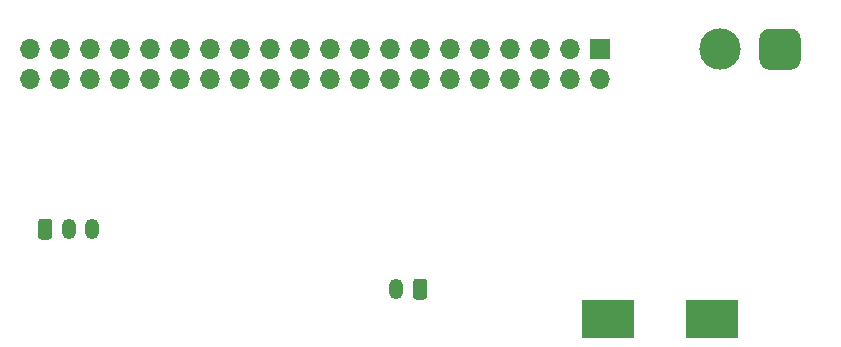
<source format=gbr>
%TF.GenerationSoftware,KiCad,Pcbnew,5.1.7*%
%TF.CreationDate,2020-11-04T07:04:29+03:00*%
%TF.ProjectId,rpi2_hls_lfcd2,72706932-5f68-46c7-935f-6c666364322e,rev?*%
%TF.SameCoordinates,Original*%
%TF.FileFunction,Soldermask,Bot*%
%TF.FilePolarity,Negative*%
%FSLAX46Y46*%
G04 Gerber Fmt 4.6, Leading zero omitted, Abs format (unit mm)*
G04 Created by KiCad (PCBNEW 5.1.7) date 2020-11-04 07:04:29*
%MOMM*%
%LPD*%
G01*
G04 APERTURE LIST*
%ADD10C,3.500000*%
%ADD11O,1.200000X1.750000*%
%ADD12R,4.500000X3.300000*%
%ADD13O,1.700000X1.700000*%
%ADD14R,1.700000X1.700000*%
G04 APERTURE END LIST*
D10*
%TO.C,J4*%
X203200000Y-71120000D03*
G36*
G01*
X210030000Y-70245000D02*
X210030000Y-71995000D01*
G75*
G02*
X209155000Y-72870000I-875000J0D01*
G01*
X207405000Y-72870000D01*
G75*
G02*
X206530000Y-71995000I0J875000D01*
G01*
X206530000Y-70245000D01*
G75*
G02*
X207405000Y-69370000I875000J0D01*
G01*
X209155000Y-69370000D01*
G75*
G02*
X210030000Y-70245000I0J-875000D01*
G01*
G37*
%TD*%
D11*
%TO.C,J3*%
X175800000Y-91440000D03*
G36*
G01*
X178400000Y-90814999D02*
X178400000Y-92065001D01*
G75*
G02*
X178150001Y-92315000I-249999J0D01*
G01*
X177449999Y-92315000D01*
G75*
G02*
X177200000Y-92065001I0J249999D01*
G01*
X177200000Y-90814999D01*
G75*
G02*
X177449999Y-90565000I249999J0D01*
G01*
X178150001Y-90565000D01*
G75*
G02*
X178400000Y-90814999I0J-249999D01*
G01*
G37*
%TD*%
%TO.C,J2*%
X150050000Y-86360000D03*
X148050000Y-86360000D03*
G36*
G01*
X145450000Y-86985001D02*
X145450000Y-85734999D01*
G75*
G02*
X145699999Y-85485000I249999J0D01*
G01*
X146400001Y-85485000D01*
G75*
G02*
X146650000Y-85734999I0J-249999D01*
G01*
X146650000Y-86985001D01*
G75*
G02*
X146400001Y-87235000I-249999J0D01*
G01*
X145699999Y-87235000D01*
G75*
G02*
X145450000Y-86985001I0J249999D01*
G01*
G37*
%TD*%
D12*
%TO.C,D2*%
X202520000Y-93980000D03*
X193720000Y-93980000D03*
%TD*%
D13*
%TO.C,J1*%
X144780000Y-73660000D03*
X144780000Y-71120000D03*
X147320000Y-73660000D03*
X147320000Y-71120000D03*
X149860000Y-73660000D03*
X149860000Y-71120000D03*
X152400000Y-73660000D03*
X152400000Y-71120000D03*
X154940000Y-73660000D03*
X154940000Y-71120000D03*
X157480000Y-73660000D03*
X157480000Y-71120000D03*
X160020000Y-73660000D03*
X160020000Y-71120000D03*
X162560000Y-73660000D03*
X162560000Y-71120000D03*
X165100000Y-73660000D03*
X165100000Y-71120000D03*
X167640000Y-73660000D03*
X167640000Y-71120000D03*
X170180000Y-73660000D03*
X170180000Y-71120000D03*
X172720000Y-73660000D03*
X172720000Y-71120000D03*
X175260000Y-73660000D03*
X175260000Y-71120000D03*
X177800000Y-73660000D03*
X177800000Y-71120000D03*
X180340000Y-73660000D03*
X180340000Y-71120000D03*
X182880000Y-73660000D03*
X182880000Y-71120000D03*
X185420000Y-73660000D03*
X185420000Y-71120000D03*
X187960000Y-73660000D03*
X187960000Y-71120000D03*
X190500000Y-73660000D03*
X190500000Y-71120000D03*
X193040000Y-73660000D03*
D14*
X193040000Y-71120000D03*
%TD*%
M02*

</source>
